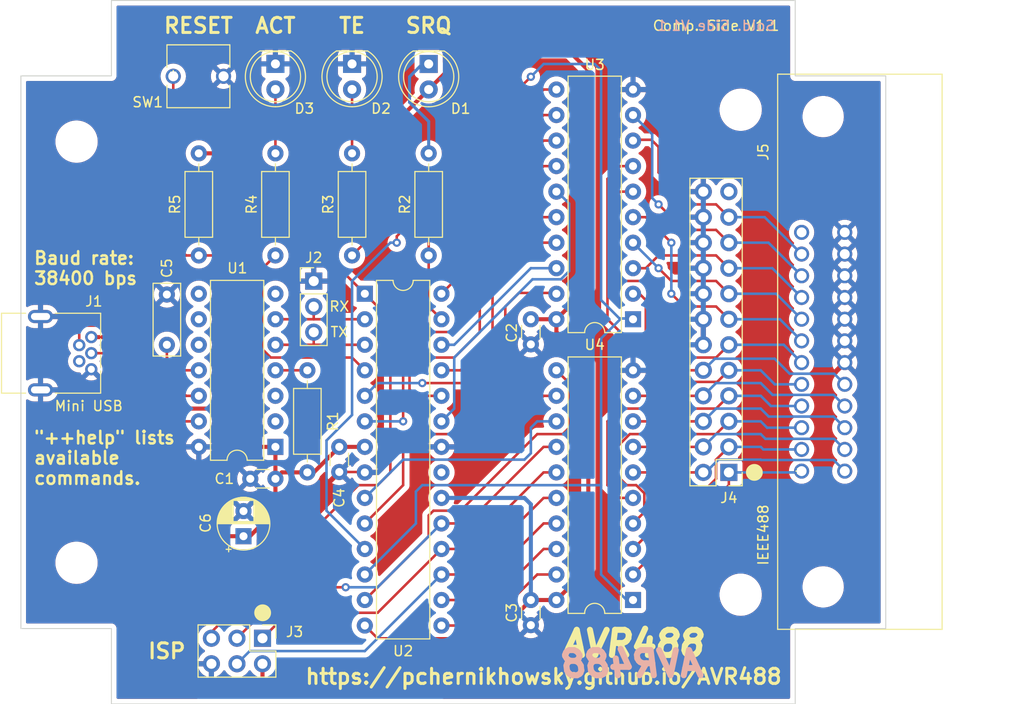
<source format=kicad_pcb>
(kicad_pcb (version 20211014) (generator pcbnew)
  (title_block (title "AVR488 IEEE-488 to USB Interface") (date "2022-02-22") (rev "1"))
  (layers (0 "F.Cu" signal) (31 "B.Cu" signal) (36 "B.SilkS" user "B.Silkscreen") (37 "F.SilkS" user "F.Silkscreen") (38 "B.Mask" user) (39 "F.Mask" user) (44 "Edge.Cuts" user))
  (net 0 "")
  (net 1 "+5V")
  (net 2 "GND")
  (net 3 "Net-(C5-Pad1)")
  (net 4 "Net-(D1-Pad1)")
  (net 5 "/PB4")
  (net 6 "/PB5")
  (net 7 "/PB3")
  (net 8 "Net-(D2-Pad2)")
  (net 9 "/DIO1")
  (net 10 "/DIO2")
  (net 11 "/DIO3")
  (net 12 "/DIO4")
  (net 13 "Net-(D3-Pad2)")
  (net 14 "/PC6")
  (net 15 "EOI")
  (net 16 "DAV")
  (net 17 "NRFD")
  (net 18 "NDAC")
  (net 19 "IFC")
  (net 20 "/DIO5")
  (net 21 "/DIO6")
  (net 22 "/DIO7")
  (net 23 "/DIO8")
  (net 24 "SRQ")
  (net 25 "Net-(R1-Pad2)")
  (net 28 "ATN")
  (net 29 "REN")
  (net 34 "/PD3")
  (net 35 "/PD4")
  (net 36 "/PB6")
  (net 37 "/PB7")
  (net 38 "PC4")
  (net 39 "PD6")
  (net 40 "PD2")
  (net 41 "/PB0")
  (net 42 "/PB1")
  (net 43 "/PB2")
  (net 45 "/PC0")
  (net 46 "/PC1")
  (net 47 "/PC2")
  (net 48 "/PC3")
  (net 49 "/PC5")
  (net 50 "TXD")
  (net 51 "RXD")
  (net 52 "/PD5")
  (net 53 "/PD7")
  (net 56 "Net-(J1-Pad2)")
  (net 57 "Net-(J1-Pad3)")
  (footprint "Package_DIP:DIP-14_W7.62mm" (layer "F.Cu") (at 130.81 121.92 180)
    (fp_text reference "U1")
    (fp_text value "MCP2221AxP")
  )
  (footprint "MountingHole:MountingHole_3.2mm_M3" (layer "F.Cu") (at 177.075 88.37)
    (fp_text reference "REF1" hide)
    (fp_text value "MountingHole_3.2mm_M3")
  )
  (footprint "Resistor_THT:R_Axial_DIN0207_L6.3mm_D2.5mm_P10.16mm_Horizontal" (layer "F.Cu") (at 138.43 102.87 90)
    (fp_text reference "R3")
    (fp_text value "330")
  )
  (footprint "LED_THT:LED_D5.0mm" (layer "F.Cu") (at 146.05 83.815 -90)
    (fp_text reference "D1")
    (fp_text value "LED(R)")
  )
  (footprint "Package_DIP:DIP-20_W7.62mm" (layer "F.Cu") (at 166.37 137.16 180)
    (fp_text reference "U4")
    (fp_text value "SN75160BN")
  )
  (footprint "Resistor_THT:R_Axial_DIN0207_L6.3mm_D2.5mm_P10.16mm_Horizontal" (layer "F.Cu") (at 146.05 102.87 90)
    (fp_text reference "R2")
    (fp_text value "330")
  )
  (footprint "MountingHole:MountingHole_3.2mm_M3" (layer "F.Cu") (at 111.035 91.545)
    (fp_text reference "REF4" hide)
    (fp_text value "MountingHole_3.2mm_M3")
  )
  (footprint "LED_THT:LED_D5.0mm" (layer "F.Cu") (at 138.43 83.81 -90)
    (fp_text reference "D2")
    (fp_text value "LED(Y)")
  )
  (footprint "Package_DIP:DIP-20_W7.62mm" (layer "F.Cu") (at 166.37 109.22 180)
    (fp_text reference "U3")
    (fp_text value "SN75161BN")
  )
  (footprint "LED_THT:LED_D5.0mm" (layer "F.Cu") (at 130.81 83.81 -90)
    (fp_text reference "D3")
    (fp_text value "LED(G)")
  )
  (footprint "Resistor_THT:R_Axial_DIN0207_L6.3mm_D2.5mm_P10.16mm_Horizontal" (layer "F.Cu") (at 130.81 102.87 90)
    (fp_text reference "R4")
    (fp_text value "330")
  )
  (footprint "Connector_PinHeader_2.54mm:PinHeader_2x12_P2.54mm_Vertical" (layer "F.Cu") (at 175.9 124.46 180)
    (fp_text reference "J4")
    (fp_text value "HEADER")
  )
  (footprint "Connector_PinHeader_2.54mm:PinHeader_2x03_P2.54mm_Vertical" (layer "F.Cu") (at 129.525 140.965 -90)
    (fp_text reference "J3")
    (fp_text value "ISP")
  )
  (footprint "Package_DIP:DIP-28_W7.62mm" (layer "F.Cu") (at 139.7 106.68)
    (fp_text reference "U2")
    (fp_text value "ATmega168-20P")
  )
  (footprint "Capacitor_THT:C_Disc_D3.0mm_W1.6mm_P2.50mm" (layer "F.Cu") (at 137.16 121.92 -90)
    (fp_text reference "C4")
    (fp_text value "0.1uF")
  )
  (footprint "Resistor_THT:R_Axial_DIN0207_L6.3mm_D2.5mm_P10.16mm_Horizontal" (layer "F.Cu") (at 123.19 102.87 90)
    (fp_text reference "R5")
    (fp_text value "10k")
  )
  (footprint "Connector_PinHeader_2.54mm:PinHeader_1x03_P2.54mm_Vertical" (layer "F.Cu") (at 134.62 105.425)
    (fp_text reference "J2")
    (fp_text value "SERIAL")
  )
  (footprint "MountingHole:MountingHole_3.2mm_M3" (layer "F.Cu") (at 111.035 133.455)
    (fp_text reference "REF3" hide)
    (fp_text value "MountingHole_3.2mm_M3")
  )
  (footprint "Resistor_THT:R_Axial_DIN0207_L6.3mm_D2.5mm_P10.16mm_Horizontal" (layer "F.Cu") (at 133.985 124.46 90)
    (fp_text reference "R1")
    (fp_text value "10k")
  )
  (footprint "Capacitor_THT:C_Rect_L7.0mm_W2.5mm_P5.00mm" (layer "F.Cu") (at 120.015 111.76 90)
    (fp_text reference "C5")
    (fp_text value "0.47 uF")
  )
  (footprint "Capacitor_THT:CP_Radial_D5.0mm_P2.50mm" (layer "F.Cu") (at 127.635 130.81 90)
    (fp_text reference "C6")
    (fp_text value "1uF")
  )
  (footprint "Custom:112-024-113R001" (layer "F.Cu") (at 183.134 124.333 90)
    (fp_text reference "J5")
    (fp_text value "IEEE488")
  )
  (footprint "Custom:B3F-6002" (layer "F.Cu") (at 120.65 85.04)
    (fp_text reference "SW1")
    (fp_text value "RESET")
  )
  (footprint "Custom:2172034-1" (layer "F.Cu") (at 112.5 110.998 -90)
    (fp_text reference "J1")
    (fp_text value "Mini USB")
  )
  (footprint "MountingHole:MountingHole_3.2mm_M3" (layer "F.Cu") (at 177.075 136.63)
    (fp_text reference "REF2" hide)
    (fp_text value "MountingHole_3.2mm_M3")
  )
  (footprint "Capacitor_THT:C_Disc_D3.0mm_W1.6mm_P2.50mm" (layer "F.Cu") (at 156.21 109.22 -90)
    (fp_text reference "C2")
    (fp_text value "0.1uF")
  )
  (footprint "Capacitor_THT:C_Disc_D3.0mm_W1.6mm_P2.50mm" (layer "F.Cu") (at 156.21 137.16 -90)
    (fp_text reference "C3")
    (fp_text value "0.1uF")
  )
  (footprint "Capacitor_THT:C_Disc_D3.0mm_W1.6mm_P2.50mm" (layer "F.Cu") (at 130.81 125.095 180)
    (fp_text reference "C1")
    (fp_text value "0.1uF")
  )
  (gr_circle (center 178.435 124.46) (end 179.197 124.46) (layer "F.SilkS") (width 0.15) (fill solid))
  (gr_circle (center 129.54 138.43) (end 130.302 138.43) (layer "F.SilkS") (width 0.15) (fill solid))
  (gr_poly (pts (xy 182.5 85) (xy 191.5 85) (xy 191.5 140) (xy 182.5 140) (xy 182.5 147.5) (xy 114.5 147.5) (xy 114.5 140) (xy 105.5 140) (xy 105.5 85) (xy 114.5 85) (xy 114.5 77.5) (xy 182.5 77.5)) (layer "Edge.Cuts") (width 0.1) (fill none))
  (gr_text "Sold. Side V1.1" (at 174.625 80.01) (layer "B.SilkS") (effects (font (size 1 1)) (justify mirror)))
  (gr_text "AVR488" (at 166.338622 143.517524) (layer "B.SilkS") (effects (font (size 2.5 2.5) (thickness 0.6) italic) (justify mirror)))
  (gr_text "ACT" (at 130.81 80) (layer "F.SilkS") (effects (font (size 1.5 1.5) (thickness 0.3))))
  (gr_text "AVR488" (at 166.37 141.5) (layer "F.SilkS") (effects (font (size 2.5 2.5) (thickness 0.6) italic)))
  (gr_text "RX" (at 137.16 107.95) (layer "F.SilkS") (effects (font (size 1 1))))
  (gr_text "https://pchernikhowsky.github.io/AVR488" (at 157.48 144.78) (layer "F.SilkS") (effects (font (size 1.5 1.5) (thickness 0.3))))
  (gr_text "Comp. Side V1.1" (at 174.625 80.01) (layer "F.SilkS") (effects (font (size 1 1))))
  (gr_text "TE" (at 138.43 80) (layer "F.SilkS") (effects (font (size 1.5 1.5) (thickness 0.3))))
  (gr_text "TX" (at 137.16 110.49) (layer "F.SilkS") (effects (font (size 1 1))))
  (gr_text "ISP" (at 120.015 142.24) (layer "F.SilkS") (effects (font (size 1.5 1.5) (thickness 0.3))))
  (gr_text "SRQ" (at 146.05 80) (layer "F.SilkS") (effects (font (size 1.5 1.5) (thickness 0.3))))
  (gr_text "{dblquote}++help{dblquote} lists\navailable\ncommands." (at 106.68 123.019929) (layer "F.SilkS") (effects (font (size 1.25 1.25) (thickness 0.25)) (justify left)))
  (gr_text "Baud rate: \n38400 bps" (at 106.68 104.14) (layer "F.SilkS") (effects (font (size 1.25 1.25) (thickness 0.25)) (justify left)))
  (segment (start 158.75 110.49) (end 161.925 113.665) (width 0.4064) (layer "F.Cu") (net 1))
  (segment (start 142.24 93.98) (end 142.24 90.165) (width 0.4064) (layer "F.Cu") (net 1))
  (segment (start 114.173 110.998) (end 112.5 110.998) (width 0.4064) (layer "F.Cu") (net 1))
  (segment (start 121.285 118.11) (end 114.173 110.998) (width 0.4064) (layer "F.Cu") (net 1))
  (segment (start 131.445 124.46) (end 130.81 125.095) (width 0.4064) (layer "F.Cu") (net 1))
  (segment (start 158.75 109.22) (end 158.75 110.49) (width 0.4064) (layer "F.Cu") (net 1))
  (segment (start 127.635 130.81) (end 128.27 130.81) (width 0.4064) (layer "F.Cu") (net 1))
  (segment (start 130.81 121.92) (end 130.81 125.095) (width 0.4064) (layer "F.Cu") (net 1))
  (segment (start 142.24 90.165) (end 146.05 86.355) (width 0.4064) (layer "F.Cu") (net 1))
  (segment (start 161.925 133.985) (end 158.75 137.16) (width 0.4064) (layer "F.Cu") (net 1))
  (segment (start 147.32 146.05) (end 156.21 137.16) (width 0.4064) (layer "F.Cu") (net 1))
  (segment (start 130.81 128.27) (end 130.81 125.095) (width 0.4064) (layer "F.Cu") (net 1))
  (segment (start 161.925 84.455) (end 161.925 106.045) (width 0.4064) (layer "F.Cu") (net 1))
  (segment (start 137.16 121.92) (end 134.62 124.46) (width 0.4064) (layer "F.Cu") (net 1))
  (segment (start 129.54 146.05) (end 147.32 146.05) (width 0.4064) (layer "F.Cu") (net 1))
  (segment (start 121.92 144.78) (end 123.19 146.05) (width 0.4064) (layer "F.Cu") (net 1))
  (segment (start 160.02 82.55) (end 161.925 84.455) (width 0.4064) (layer "F.Cu") (net 1))
  (segment (start 123.19 146.05) (end 129.54 146.05) (width 0.4064) (layer "F.Cu") (net 1))
  (segment (start 127.635 130.81) (end 123.19 130.81) (width 0.4064) (layer "F.Cu") (net 1))
  (segment (start 125.095 118.11) (end 121.285 118.11) (width 0.4064) (layer "F.Cu") (net 1))
  (segment (start 134.62 124.46) (end 133.985 124.46) (width 0.4064) (layer "F.Cu") (net 1))
  (segment (start 161.925 106.045) (end 158.75 109.22) (width 0.4064) (layer "F.Cu") (net 1))
  (segment (start 125.73 92.71) (end 128.27 95.25) (width 0.4064) (layer "F.Cu") (net 1))
  (segment (start 140.97 95.25) (end 142.24 93.98) (width 0.4064) (layer "F.Cu") (net 1))
  (segment (start 123.19 92.71) (end 125.73 92.71) (width 0.4064) (layer "F.Cu") (net 1))
  (segment (start 149.855 82.55) (end 160.02 82.55) (width 0.4064) (layer "F.Cu") (net 1))
  (segment (start 137.16 121.92) (end 139.7 121.92) (width 0.4064) (layer "F.Cu") (net 1))
  (segment (start 130.81 121.92) (end 128.905 121.92) (width 0.4064) (layer "F.Cu") (net 1))
  (segment (start 128.905 121.92) (end 125.095 118.11) (width 0.4064) (layer "F.Cu") (net 1))
  (segment (start 129.525 143.505) (end 129.525 146.035) (width 0.4064) (layer "F.Cu") (net 1))
  (segment (start 133.985 124.46) (end 131.445 124.46) (width 0.4064) (layer "F.Cu") (net 1))
  (segment (start 161.925 113.665) (end 161.925 133.985) (width 0.4064) (layer "F.Cu") (net 1))
  (segment (start 121.92 132.08) (end 121.92 144.78) (width 0.4064) (layer "F.Cu") (net 1))
  (segment (start 146.05 86.355) (end 149.855 82.55) (width 0.4064) (layer "F.Cu") (net 1))
  (segment (start 123.19 130.81) (end 121.92 132.08) (width 0.4064) (layer "F.Cu") (net 1))
  (segment (start 156.21 109.22) (end 158.75 109.22) (width 0.4064) (layer "F.Cu") (net 1))
  (segment (start 128.27 130.81) (end 130.81 128.27) (width 0.4064) (layer "F.Cu") (net 1))
  (segment (start 128.27 95.25) (end 140.97 95.25) (width 0.4064) (layer "F.Cu") (net 1))
  (segment (start 156.21 137.16) (end 158.75 137.16) (width 0.4064) (layer "F.Cu") (net 1))
  (segment (start 129.525 146.035) (end 129.54 146.05) (width 0.4064) (layer "F.Cu") (net 1))
  (segment (start 156.21 127.635) (end 156.21 137.16) (width 0.4064) (layer "B.Cu") (net 1))
  (segment (start 147.32 127) (end 155.575 127) (width 0.4064) (layer "B.Cu") (net 1))
  (segment (start 155.575 127) (end 156.21 127.635) (width 0.4064) (layer "B.Cu") (net 1))
  (segment (start 137.16 124.42) (end 139.66 124.42) (width 0.254) (layer "F.Cu") (net 2))
  (segment (start 139.66 124.42) (end 139.7 124.46) (width 0.254) (layer "F.Cu") (net 2))
  (segment (start 121.285 114.3) (end 123.19 114.3) (width 0.254) (layer "F.Cu") (net 3))
  (segment (start 120.015 113.03) (end 121.285 114.3) (width 0.254) (layer "F.Cu") (net 3))
  (segment (start 120.015 111.76) (end 120.015 113.03) (width 0.254) (layer "F.Cu") (net 3))
  (segment (start 146.05 89.535) (end 144.145 87.63) (width 0.3048) (layer "B.Cu") (net 4))
  (segment (start 146.05 92.71) (end 146.05 89.535) (width 0.3048) (layer "B.Cu") (net 4))
  (segment (start 144.145 85.09) (end 145.42 83.815) (width 0.3048) (layer "B.Cu") (net 4))
  (segment (start 145.42 83.815) (end 146.05 83.815) (width 0.3048) (layer "B.Cu") (net 4))
  (segment (start 144.145 87.63) (end 144.145 85.09) (width 0.3048) (layer "B.Cu") (net 4))
  (segment (start 157.48 124.46) (end 158.75 124.46) (width 0.254) (layer "F.Cu") (net 5))
  (segment (start 140.97 138.43) (end 132.06 138.43) (width 0.254) (layer "F.Cu") (net 5))
  (segment (start 147.32 132.08) (end 140.97 138.43) (width 0.254) (layer "F.Cu") (net 5))
  (segment (start 149.86 132.08) (end 157.48 124.46) (width 0.254) (layer "F.Cu") (net 5))
  (segment (start 149.86 132.08) (end 147.32 132.08) (width 0.254) (layer "F.Cu") (net 5))
  (segment (start 132.06 138.43) (end 129.525 140.965) (width 0.254) (layer "F.Cu") (net 5))
  (segment (start 157.48 121.92) (end 158.75 121.92) (width 0.254) (layer "F.Cu") (net 6))
  (segment (start 126.985 140.965) (end 132.06 135.89) (width 0.254) (layer "F.Cu") (net 6))
  (segment (start 149.86 129.54) (end 157.48 121.92) (width 0.254) (layer "F.Cu") (net 6))
  (segment (start 149.86 129.54) (end 147.32 129.54) (width 0.254) (layer "F.Cu") (net 6))
  (segment (start 132.06 135.89) (end 137.795 135.89) (width 0.254) (layer "F.Cu") (net 6))
  (via (at 137.795 135.89) (size 0.8128) (drill 0.4064) (layers "F.Cu" "B.Cu") (net 6))
  (segment (start 140.97 135.89) (end 147.32 129.54) (width 0.254) (layer "B.Cu") (net 6))
  (segment (start 137.795 135.89) (end 140.97 135.89) (width 0.254) (layer "B.Cu") (net 6))
  (segment (start 149.86 134.62) (end 147.32 134.62) (width 0.254) (layer "F.Cu") (net 7))
  (segment (start 157.48 127) (end 158.75 127) (width 0.254) (layer "F.Cu") (net 7))
  (segment (start 149.86 134.62) (end 157.48 127) (width 0.254) (layer "F.Cu") (net 7))
  (segment (start 139.7 142.24) (end 128.25 142.24) (width 0.254) (layer "B.Cu") (net 7))
  (segment (start 147.32 134.62) (end 139.7 142.24) (width 0.254) (layer "B.Cu") (net 7))
  (segment (start 128.25 142.24) (end 126.985 143.505) (width 0.254) (layer "B.Cu") (net 7))
  (segment (start 138.43 86.35) (end 138.43 92.71) (width 0.254) (layer "F.Cu") (net 8))
  (segment (start 170.18 128.27) (end 170.815 127.635) (width 0.254) (layer "F.Cu") (net 9))
  (segment (start 170.18 130.81) (end 170.18 128.27) (width 0.254) (layer "F.Cu") (net 9))
  (segment (start 173.99 127.635) (end 175.9 125.725) (width 0.254) (layer "F.Cu") (net 9))
  (segment (start 170.815 127.635) (end 173.99 127.635) (width 0.254) (layer "F.Cu") (net 9))
  (segment (start 175.9 125.725) (end 175.9 124.46) (width 0.254) (layer "F.Cu") (net 9))
  (segment (start 166.37 134.62) (end 170.18 130.81) (width 0.254) (layer "F.Cu") (net 9))
  (segment (start 175.9 124.46) (end 183.007 124.46) (width 0.254) (layer "B.Cu") (net 9))
  (segment (start 183.007 124.46) (end 183.134 124.333) (width 0.254) (layer "B.Cu") (net 9))
  (segment (start 168.91 129.54) (end 166.37 132.08) (width 0.254) (layer "F.Cu") (net 10))
  (segment (start 174.625 125.095) (end 173.355 126.365) (width 0.254) (layer "F.Cu") (net 10))
  (segment (start 168.91 127) (end 168.91 129.54) (width 0.254) (layer "F.Cu") (net 10))
  (segment (start 174.625 123.195) (end 174.625 125.095) (width 0.254) (layer "F.Cu") (net 10))
  (segment (start 169.545 126.365) (end 168.91 127) (width 0.254) (layer "F.Cu") (net 10))
  (segment (start 175.9 121.92) (end 174.625 123.195) (width 0.254) (layer "F.Cu") (net 10))
  (segment (start 173.355 126.365) (end 169.545 126.365) (width 0.254) (layer "F.Cu") (net 10))
  (segment (start 175.9 121.92) (end 179.07 121.92) (width 0.254) (layer "B.Cu") (net 10))
  (segment (start 179.323002 122.173002) (end 183.134 122.173002) (width 0.254) (layer "B.Cu") (net 10))
  (segment (start 179.07 121.92) (end 179.323002 122.173002) (width 0.254) (layer "B.Cu") (net 10))
  (segment (start 164.465 122.2347) (end 166.0497 120.65) (width 0.254) (layer "F.Cu") (net 11))
  (segment (start 166.6903 125.73) (end 165.735718 125.73) (width 0.254) (layer "F.Cu") (net 11))
  (segment (start 166.37 129.54) (end 167.494511 128.415489) (width 0.254) (layer "F.Cu") (net 11))
  (segment (start 174.63 120.65) (end 175.9 119.38) (width 0.254) (layer "F.Cu") (net 11))
  (segment (start 164.465 124.459282) (end 164.465 122.2347) (width 0.254) (layer "F.Cu") (net 11))
  (segment (start 167.494511 126.534211) (end 166.6903 125.73) (width 0.254) (layer "F.Cu") (net 11))
  (segment (start 167.494511 128.415489) (end 167.494511 126.534211) (width 0.254) (layer "F.Cu") (net 11))
  (segment (start 165.735718 125.73) (end 164.465 124.459282) (width 0.254) (layer "F.Cu") (net 11))
  (segment (start 166.0497 120.65) (end 174.63 120.65) (width 0.254) (layer "F.Cu") (net 11))
  (segment (start 179.07 119.38) (end 179.705 120.015) (width 0.254) (layer "B.Cu") (net 11))
  (segment (start 175.9 119.38) (end 179.07 119.38) (width 0.254) (layer "B.Cu") (net 11))
  (segment (start 179.705 120.015) (end 179.706999 120.013001) (width 0.254) (layer "B.Cu") (net 11))
  (segment (start 179.706999 120.013001) (end 183.134 120.013001) (width 0.254) (layer "B.Cu") (net 11))
  (segment (start 166.37 127) (end 165.1 127) (width 0.254) (layer "F.Cu") (net 12))
  (segment (start 174.63 118.11) (end 175.9 116.84) (width 0.254) (layer "F.Cu") (net 12))
  (segment (start 165.1 118.11) (end 174.63 118.11) (width 0.254) (layer "F.Cu") (net 12))
  (segment (start 165.1 127) (end 163.83 125.73) (width 0.254) (layer "F.Cu") (net 12))
  (segment (start 163.83 119.38) (end 165.1 118.11) (width 0.254) (layer "F.Cu") (net 12))
  (segment (start 163.83 125.73) (end 163.83 119.38) (width 0.254) (layer "F.Cu") (net 12))
  (segment (start 179.07 116.84) (end 180.083 117.853) (width 0.254) (layer "B.Cu") (net 12))
  (segment (start 180.083 117.853) (end 183.134 117.853) (width 0.254) (layer "B.Cu") (net 12))
  (segment (start 175.9 116.84) (end 179.07 116.84) (width 0.254) (layer "B.Cu") (net 12))
  (segment (start 130.81 92.71) (end 130.81 86.35) (width 0.254) (layer "F.Cu") (net 13))
  (segment (start 125.73 102.87) (end 121.92 102.87) (width 0.254) (layer "F.Cu") (net 14))
  (segment (start 142.24 124.46) (end 142.24 109.22) (width 0.254) (layer "F.Cu") (net 14))
  (segment (start 139.065 125.73) (end 140.97 125.73) (width 0.254) (layer "F.Cu") (net 14))
  (segment (start 139.065 125.73) (end 124.445 140.35) (width 0.254) (layer "F.Cu") (net 14))
  (segment (start 142.24 109.22) (end 139.7 106.68) (width 0.254) (layer "F.Cu") (net 14))
  (segment (start 139.7 106.68) (end 133.35 100.33) (width 0.254) (layer "F.Cu") (net 14))
  (segment (start 120.65 101.6) (end 120.65 85.04) (width 0.254) (layer "F.Cu") (net 14))
  (segment (start 140.97 125.73) (end 142.24 124.46) (width 0.254) (layer "F.Cu") (net 14))
  (segment (start 124.445 140.35) (end 124.445 140.965) (width 0.254) (layer "F.Cu") (net 14))
  (segment (start 121.92 102.87) (end 120.65 101.6) (width 0.254) (layer "F.Cu") (net 14))
  (segment (start 128.27 100.33) (end 125.73 102.87) (width 0.254) (layer "F.Cu") (net 14))
  (segment (start 133.35 100.33) (end 128.27 100.33) (width 0.254) (layer "F.Cu") (net 14))
  (segment (start 165.1 93.98) (end 166.37 93.98) (width 0.254) (layer "F.Cu") (net 15))
  (segment (start 170.064311 115.454311) (end 163.83 109.22) (width 0.254) (layer "F.Cu") (net 15))
  (segment (start 175.9 114.3) (end 174.745689 115.454311) (width 0.254) (layer "F.Cu") (net 15))
  (segment (start 174.745689 115.454311) (end 170.064311 115.454311) (width 0.254) (layer "F.Cu") (net 15))
  (segment (start 163.83 95.25) (end 165.1 93.98) (width 0.254) (layer "F.Cu") (net 15))
  (segment (start 163.83 109.22) (end 163.83 95.25) (width 0.254) (layer "F.Cu") (net 15))
  (segment (start 179.07 114.3) (end 180.463002 115.693002) (width 0.254) (layer "B.Cu") (net 15))
  (segment (start 175.9 114.3) (end 179.07 114.3) (width 0.254) (layer "B.Cu") (net 15))
  (segment (start 180.463002 115.693002) (end 183.134 115.693002) (width 0.254) (layer "B.Cu") (net 15))
  (segment (start 164.465 97.155) (end 164.465 104.775) (width 0.254) (layer "F.Cu") (net 16))
  (segment (start 168.91 110.49) (end 171.45 113.03) (width 0.254) (layer "F.Cu") (net 16))
  (segment (start 171.45 113.03) (end 174.63 113.03) (width 0.254) (layer "F.Cu") (net 16))
  (segment (start 164.465 104.775) (end 165.1 105.41) (width 0.254) (layer "F.Cu") (net 16))
  (segment (start 168.91 106.68) (end 168.91 110.49) (width 0.254) (layer "F.Cu") (net 16))
  (segment (start 165.1 105.41) (end 167.64 105.41) (width 0.254) (layer "F.Cu") (net 16))
  (segment (start 165.1 96.52) (end 164.465 97.155) (width 0.254) (layer "F.Cu") (net 16))
  (segment (start 166.37 96.52) (end 165.1 96.52) (width 0.254) (layer "F.Cu") (net 16))
  (segment (start 167.64 105.41) (end 168.91 106.68) (width 0.254) (layer "F.Cu") (net 16))
  (segment (start 174.63 113.03) (end 175.9 111.76) (width 0.254) (layer "F.Cu") (net 16))
  (segment (start 175.9 111.76) (end 181.360999 111.76) (width 0.254) (layer "B.Cu") (net 16))
  (segment (start 181.360999 111.76) (end 183.134 113.533001) (width 0.254) (layer "B.Cu") (net 16))
  (segment (start 170.18 106.68) (end 171.45 107.95) (width 0.254) (layer "F.Cu") (net 17))
  (segment (start 174.63 107.95) (end 175.9 109.22) (width 0.254) (layer "F.Cu") (net 17))
  (segment (start 167.64 99.06) (end 166.37 99.06) (width 0.254) (layer "F.Cu") (net 17))
  (segment (start 170.18 101.6) (end 167.64 99.06) (width 0.254) (layer "F.Cu") (net 17))
  (segment (start 171.45 107.95) (end 174.63 107.95) (width 0.254) (layer "F.Cu") (net 17))
  (via (at 170.18 101.6) (size 0.8128) (drill 0.4064) (layers "F.Cu" "B.Cu") (net 17))
  (via (at 170.18 106.68) (size 0.8128) (drill 0.4064) (layers "F.Cu" "B.Cu") (net 17))
  (segment (start 180.980999 109.22) (end 183.134 111.373001) (width 0.254) (layer "B.Cu") (net 17))
  (segment (start 175.9 109.22) (end 180.980999 109.22) (width 0.254) (layer "B.Cu") (net 17))
  (segment (start 170.18 101.6) (end 170.18 106.68) (width 0.254) (layer "B.Cu") (net 17))
  (segment (start 174.63 105.41) (end 175.9 106.68) (width 0.254) (layer "F.Cu") (net 18))
  (segment (start 168.91 104.14) (end 170.18 105.41) (width 0.254) (layer "F.Cu") (net 18))
  (segment (start 170.18 105.41) (end 174.63 105.41) (width 0.254) (layer "F.Cu") (net 18))
  (via (at 168.91 104.14) (size 0.8128) (drill 0.4064) (layers "F.Cu" "B.Cu") (net 18))
  (segment (start 166.37 101.6) (end 168.91 104.14) (width 0.254) (layer "B.Cu") (net 18))
  (segment (start 175.9 106.68) (end 180.601 106.68) (width 0.254) (layer "B.Cu") (net 18))
  (segment (start 180.601 106.68) (end 183.134 109.213) (width 0.254) (layer "B.Cu") (net 18))
  (segment (start 167.64 104.14) (end 168.91 102.87) (width 0.254) (layer "F.Cu") (net 19))
  (segment (start 174.63 102.87) (end 175.9 104.14) (width 0.254) (layer "F.Cu") (net 19))
  (segment (start 166.37 104.14) (end 167.64 104.14) (width 0.254) (layer "F.Cu") (net 19))
  (segment (start 168.91 102.87) (end 174.63 102.87) (width 0.254) (layer "F.Cu") (net 19))
  (segment (start 175.9 104.14) (end 180.220998 104.14) (width 0.254) (layer "B.Cu") (net 19))
  (segment (start 180.220998 104.14) (end 183.134 107.053002) (width 0.254) (layer "B.Cu") (net 19))
  (segment (start 166.37 124.46) (end 173.36 124.46) (width 0.254) (layer "F.Cu") (net 20))
  (segment (start 174.861378 123.19) (end 179.07 123.19) (width 0.254) (layer "B.Cu") (net 20))
  (segment (start 173.591378 124.46) (end 174.861378 123.19) (width 0.254) (layer "B.Cu") (net 20))
  (segment (start 173.36 124.46) (end 173.591378 124.46) (width 0.254) (layer "B.Cu") (net 20))
  (segment (start 179.07 123.19) (end 179.106613 123.226613) (width 0.254) (layer "B.Cu") (net 20))
  (segment (start 186.317612 123.226613) (end 187.423999 124.333) (width 0.254) (layer "B.Cu") (net 20))
  (segment (start 179.106613 123.226613) (end 186.317612 123.226613) (width 0.254) (layer "B.Cu") (net 20))
  (segment (start 166.37 121.92) (end 173.36 121.92) (width 0.254) (layer "F.Cu") (net 21))
  (segment (start 186.370388 121.119391) (end 187.423999 122.173002) (width 0.254) (layer "B.Cu") (net 21))
  (segment (start 173.36 121.92) (end 174.63 120.65) (width 0.254) (layer "B.Cu") (net 21))
  (segment (start 179.07 120.65) (end 179.539391 121.119391) (width 0.254) (layer "B.Cu") (net 21))
  (segment (start 179.539391 121.119391) (end 186.370388 121.119391) (width 0.254) (layer "B.Cu") (net 21))
  (segment (start 174.63 120.65) (end 179.07 120.65) (width 0.254) (layer "B.Cu") (net 21))
  (segment (start 166.37 119.38) (end 173.36 119.38) (width 0.254) (layer "F.Cu") (net 22))
  (segment (start 179.07 118.11) (end 179.866611 118.906611) (width 0.254) (layer "B.Cu") (net 22))
  (segment (start 173.36 119.38) (end 174.63 118.11) (width 0.254) (layer "B.Cu") (net 22))
  (segment (start 174.63 118.11) (end 179.07 118.11) (width 0.254) (layer "B.Cu") (net 22))
  (segment (start 186.317609 118.906611) (end 187.423999 120.013001) (width 0.254) (layer "B.Cu") (net 22))
  (segment (start 179.866611 118.906611) (end 186.317609 118.906611) (width 0.254) (layer "B.Cu") (net 22))
  (segment (start 166.37 116.84) (end 173.36 116.84) (width 0.254) (layer "F.Cu") (net 23))
  (segment (start 180.246613 116.746613) (end 186.317612 116.746613) (width 0.254) (layer "B.Cu") (net 23))
  (segment (start 179.07 115.57) (end 180.246613 116.746613) (width 0.254) (layer "B.Cu") (net 23))
  (segment (start 174.63 115.57) (end 179.07 115.57) (width 0.254) (layer "B.Cu") (net 23))
  (segment (start 186.317612 116.746613) (end 187.423999 117.853) (width 0.254) (layer "B.Cu") (net 23))
  (segment (start 173.36 116.84) (end 174.63 115.57) (width 0.254) (layer "B.Cu") (net 23))
  (segment (start 171.45 100.33) (end 174.63 100.33) (width 0.254) (layer "F.Cu") (net 24))
  (segment (start 174.63 100.33) (end 175.9 101.6) (width 0.254) (layer "F.Cu") (net 24))
  (segment (start 168.91 97.79) (end 171.45 100.33) (width 0.254) (layer "F.Cu") (net 24))
  (via (at 168.91 97.79) (size 0.8128) (drill 0.4064) (layers "F.Cu" "B.Cu") (net 24))
  (segment (start 175.9 101.6) (end 179.840999 101.6) (width 0.254) (layer "B.Cu") (net 24))
  (segment (start 168.275 90.805) (end 166.37 88.9) (width 0.254) (layer "B.Cu") (net 24))
  (segment (start 168.275 97.155) (end 168.275 90.805) (width 0.254) (layer "B.Cu") (net 24))
  (segment (start 179.840999 101.6) (end 183.134 104.893001) (width 0.254) (layer "B.Cu") (net 24))
  (segment (start 168.275 97.155) (end 168.91 97.79) (width 0.254) (layer "B.Cu") (net 24))
  (segment (start 130.79 114.3) (end 134.62 114.3) (width 0.254) (layer "F.Cu") (net 25))
  (segment (start 168.91 94.615) (end 172.085 97.79) (width 0.254) (layer "F.Cu") (net 28))
  (segment (start 168.91 92.075) (end 168.91 94.615) (width 0.254) (layer "F.Cu") (net 28))
  (segment (start 174.63 97.79) (end 175.9 99.06) (width 0.254) (layer "F.Cu") (net 28))
  (segment (start 166.37 91.359925) (end 168.194925 91.359925) (width 0.254) (layer "F.Cu") (net 28))
  (segment (start 168.194925 91.359925) (end 168.91 92.075) (width 0.254) (layer "F.Cu") (net 28))
  (segment (start 172.085 97.79) (end 174.63 97.79) (width 0.254) (layer "F.Cu") (net 28))
  (segment (start 175.9 99.06) (end 179.461 99.06) (width 0.254) (layer "B.Cu") (net 28))
  (segment (start 179.461 99.06) (end 183.134 102.733) (width 0.254) (layer "B.Cu") (net 28))
  (segment (start 166.37 106.68) (end 167.005 106.68) (width 0.254) (layer "F.Cu") (net 29))
  (segment (start 167.005 106.68) (end 167.64 107.315) (width 0.254) (layer "F.Cu") (net 29))
  (segment (start 167.64 107.315) (end 167.64 111.125) (width 0.254) (layer "F.Cu") (net 29))
  (segment (start 167.64 111.125) (end 170.815 114.3) (width 0.254) (layer "F.Cu") (net 29))
  (segment (start 170.815 114.3) (end 173.36 114.3) (width 0.254) (layer "F.Cu") (net 29))
  (segment (start 173.36 114.3) (end 174.514311 113.145689) (width 0.254) (layer "B.Cu") (net 29))
  (segment (start 186.370388 114.639391) (end 187.423999 115.693002) (width 0.254) (layer "B.Cu") (net 29))
  (segment (start 180.455689 113.145689) (end 181.949391 114.639391) (width 0.254) (layer "B.Cu") (net 29))
  (segment (start 181.949391 114.639391) (end 186.370388 114.639391) (width 0.254) (layer "B.Cu") (net 29))
  (segment (start 174.514311 113.145689) (end 180.455689 113.145689) (width 0.254) (layer "B.Cu") (net 29))
  (segment (start 155.020075 106.599925) (end 153.67 107.95) (width 0.254) (layer "F.Cu") (net 34))
  (segment (start 158.75 106.599925) (end 155.020075 106.599925) (width 0.254) (layer "F.Cu") (net 34))
  (segment (start 149.86 115.57) (end 153.67 111.76) (width 0.254) (layer "F.Cu") (net 34))
  (segment (start 153.67 107.95) (end 153.67 111.76) (width 0.254) (layer "F.Cu") (net 34))
  (segment (start 145.415 115.57) (end 149.86 115.57) (width 0.254) (layer "F.Cu") (net 34))
  (via (at 145.415 115.57) (size 0.8128) (drill 0.4064) (layers "F.Cu" "B.Cu") (net 34))
  (segment (start 140.97 115.57) (end 145.415 115.57) (width 0.254) (layer "B.Cu") (net 34))
  (segment (start 140.97 115.57) (end 139.7 116.84) (width 0.254) (layer "B.Cu") (net 34))
  (segment (start 148.59 110.49) (end 149.86 109.22) (width 0.254) (layer "F.Cu") (net 35))
  (segment (start 143.51 119.38) (end 143.51 111.76) (width 0.254) (layer "F.Cu") (net 35))
  (segment (start 149.86 101.6) (end 157.48 93.98) (width 0.254) (layer "F.Cu") (net 35))
  (segment (start 143.51 111.76) (end 144.78 110.49) (width 0.254) (layer "F.Cu") (net 35))
  (segment (start 157.48 93.98) (end 158.75 93.98) (width 0.254) (layer "F.Cu") (net 35))
  (segment (start 144.78 110.49) (end 148.59 110.49) (width 0.254) (layer "F.Cu") (net 35))
  (segment (start 149.86 109.22) (end 149.86 101.6) (width 0.254) (layer "F.Cu") (net 35))
  (via (at 143.51 119.38) (size 0.8128) (drill 0.4064) (layers "F.Cu" "B.Cu") (net 35))
  (segment (start 139.7 119.38) (end 143.51 119.38) (width 0.254) (layer "B.Cu") (net 35))
  (segment (start 156.21 122.555) (end 156.21 120.015) (width 0.254) (layer "B.Cu") (net 36))
  (segment (start 139.7 127) (end 143.51 123.19) (width 0.254) (layer "B.Cu") (net 36))
  (segment (start 143.51 123.19) (end 155.575 123.19) (width 0.254) (layer "B.Cu") (net 36))
  (segment (start 156.845 119.38) (end 158.75 119.38) (width 0.254) (layer "B.Cu") (net 36))
  (segment (start 156.21 120.015) (end 156.845 119.38) (width 0.254) (layer "B.Cu") (net 36))
  (segment (start 155.575 123.19) (end 156.21 122.555) (width 0.254) (layer "B.Cu") (net 36))
  (segment (start 143.51 121.92) (end 143.51 125.73) (width 0.254) (layer "F.Cu") (net 37))
  (segment (start 157.48 116.84) (end 153.67 120.65) (width 0.254) (layer "F.Cu") (net 37))
  (segment (start 153.67 120.65) (end 144.78 120.65) (width 0.254) (layer "F.Cu") (net 37))
  (segment (start 158.75 116.84) (end 157.48 116.84) (width 0.254) (layer "F.Cu") (net 37))
  (segment (start 144.78 120.65) (end 143.51 121.92) (width 0.254) (layer "F.Cu") (net 37))
  (segment (start 143.51 125.73) (end 139.7 129.54) (width 0.254) (layer "F.Cu") (net 37))
  (segment (start 146.05 100.33) (end 157.48 88.9) (width 0.254) (layer "F.Cu") (net 38))
  (segment (start 146.05 102.87) (end 146.05 107.95) (width 0.254) (layer "F.Cu") (net 38))
  (segment (start 146.05 107.95) (end 147.32 109.22) (width 0.254) (layer "F.Cu") (net 38))
  (segment (start 157.48 88.9) (end 158.75 88.9) (width 0.254) (layer "F.Cu") (net 38))
  (segment (start 146.05 100.33) (end 146.05 102.87) (width 0.254) (layer "F.Cu") (net 38))
  (segment (start 156.21 85.09) (end 138.43 102.87) (width 0.254) (layer "F.Cu") (net 39))
  (via (at 156.21 85.09) (size 0.8128) (drill 0.4064) (layers "F.Cu" "B.Cu") (net 39))
  (segment (start 162.56 83.82) (end 163.195 84.455) (width 0.254) (layer "B.Cu") (net 39))
  (segment (start 144.78 126.365) (end 145.415 125.73) (width 0.254) (layer "B.Cu") (net 39))
  (segment (start 166.37 109.139925) (end 165.019925 109.139925) (width 0.254) (layer "B.Cu") (net 39))
  (segment (start 163.195 84.455) (end 163.195 107.315) (width 0.254) (layer "B.Cu") (net 39))
  (segment (start 163.195 107.315) (end 165.019925 109.139925) (width 0.254) (layer "B.Cu") (net 39))
  (segment (start 163.195 134.62) (end 163.195 111.125) (width 0.254) (layer "B.Cu") (net 39))
  (segment (start 157.48 83.82) (end 162.56 83.82) (width 0.254) (layer "B.Cu") (net 39))
  (segment (start 166.37 137.16) (end 165.735 137.16) (width 0.254) (layer "B.Cu") (net 39))
  (segment (start 144.78 129.54) (end 144.78 126.365) (width 0.254) (layer "B.Cu") (net 39))
  (segment (start 163.195 111.125) (end 165.180075 109.139925) (width 0.254) (layer "B.Cu") (net 39))
  (segment (start 165.735 137.16) (end 163.195 134.62) (width 0.254) (layer "B.Cu") (net 39))
  (segment (start 156.21 85.09) (end 157.48 83.82) (width 0.254) (layer "B.Cu") (net 39))
  (segment (start 145.415 125.73) (end 163.195 125.73) (width 0.254) (layer "B.Cu") (net 39))
  (segment (start 139.7 134.62) (end 144.78 129.54) (width 0.254) (layer "B.Cu") (net 39))
  (segment (start 129.54 112.223366) (end 129.54 104.14) (width 0.254) (layer "F.Cu") (net 40))
  (segment (start 130.346634 113.03) (end 129.54 112.223366) (width 0.254) (layer "F.Cu") (net 40))
  (segment (start 138.43 113.03) (end 130.346634 113.03) (width 0.254) (layer "F.Cu") (net 40))
  (segment (start 129.54 104.14) (end 130.81 102.87) (width 0.254) (layer "F.Cu") (net 40))
  (segment (start 139.7 114.3) (end 138.43 113.03) (width 0.254) (layer "F.Cu") (net 40))
  (segment (start 158.75 134.62) (end 156.845 134.62) (width 0.254) (layer "F.Cu") (net 41))
  (segment (start 140.97 140.97) (end 139.7 139.7) (width 0.254) (layer "F.Cu") (net 41))
  (segment (start 150.495 140.97) (end 140.97 140.97) (width 0.254) (layer "F.Cu") (net 41))
  (segment (start 156.845 134.62) (end 150.495 140.97) (width 0.254) (layer "F.Cu") (net 41))
  (segment (start 149.86 139.7) (end 147.32 139.7) (width 0.254) (layer "F.Cu") (net 42))
  (segment (start 149.86 139.7) (end 157.48 132.08) (width 0.254) (layer "F.Cu") (net 42))
  (segment (start 157.48 132.08) (end 158.75 132.08) (width 0.254) (layer "F.Cu") (net 42))
  (segment (start 157.48 129.54) (end 158.75 129.54) (width 0.254) (layer "F.Cu") (net 43))
  (segment (start 149.86 137.16) (end 157.48 129.54) (width 0.254) (layer "F.Cu") (net 43))
  (segment (start 149.86 137.16) (end 147.32 137.16) (width 0.254) (layer "F.Cu") (net 43))
  (segment (start 156.375689 105.244311) (end 148.59 113.03) (width 0.254) (layer "B.Cu") (net 45))
  (segment (start 158.75 96.439925) (end 160.02 97.709925) (width 0.254) (layer "B.Cu") (net 45))
  (segment (start 159.207422 105.244311) (end 156.375689 105.244311) (width 0.254) (layer "B.Cu") (net 45))
  (segment (start 148.59 113.03) (end 148.59 118.11) (width 0.254) (layer "B.Cu") (net 45))
  (segment (start 148.59 118.11) (end 147.32 119.38) (width 0.254) (layer "B.Cu") (net 45))
  (segment (start 160.02 104.431733) (end 159.207422 105.244311) (width 0.254) (layer "B.Cu") (net 45))
  (segment (start 160.02 97.709925) (end 160.02 104.431733) (width 0.254) (layer "B.Cu") (net 45))
  (segment (start 154.94 99.06) (end 158.75 99.06) (width 0.254) (layer "F.Cu") (net 46))
  (segment (start 144.78 116.84) (end 144.145 116.205) (width 0.254) (layer "F.Cu") (net 46))
  (segment (start 144.78 113.03) (end 148.59 113.03) (width 0.254) (layer "F.Cu") (net 46))
  (segment (start 151.13 110.49) (end 151.13 102.87) (width 0.254) (layer "F.Cu") (net 46))
  (segment (start 147.32 116.84) (end 144.78 116.84) (width 0.254) (layer "F.Cu") (net 46))
  (segment (start 144.145 113.665) (end 144.78 113.03) (width 0.254) (layer "F.Cu") (net 46))
  (segment (start 148.59 113.03) (end 151.13 110.49) (width 0.254) (layer "F.Cu") (net 46))
  (segment (start 151.13 102.87) (end 154.94 99.06) (width 0.254) (layer "F.Cu") (net 46))
  (segment (start 144.145 116.205) (end 144.145 113.665) (width 0.254) (layer "F.Cu") (net 46))
  (segment (start 152.4 111.125) (end 152.4 104.14) (width 0.254) (layer "F.Cu") (net 47))
  (segment (start 149.225 114.3) (end 152.4 111.125) (width 0.254) (layer "F.Cu") (net 47))
  (segment (start 147.32 114.3) (end 149.225 114.3) (width 0.254) (layer "F.Cu") (net 47))
  (segment (start 152.4 104.14) (end 154.94 101.6) (width 0.254) (layer "F.Cu") (net 47))
  (segment (start 154.94 101.6) (end 158.75 101.6) (width 0.254) (layer "F.Cu") (net 47))
  (segment (start 147.32 111.76) (end 148.59 111.76) (width 0.254) (layer "B.Cu") (net 48))
  (segment (start 148.59 111.76) (end 156.21 104.14) (width 0.254) (layer "B.Cu") (net 48))
  (segment (start 156.21 104.14) (end 158.75 104.14) (width 0.254) (layer "B.Cu") (net 48))
  (segment (start 148.59 100.33) (end 157.48 91.44) (width 0.254) (layer "F.Cu") (net 49))
  (segment (start 148.59 105.41) (end 148.59 100.33) (width 0.254) (layer "F.Cu") (net 49))
  (segment (start 157.48 91.44) (end 158.75 91.44) (width 0.254) (layer "F.Cu") (net 49))
  (segment (start 147.32 106.68) (end 148.59 105.41) (width 0.254) (layer "F.Cu") (net 49))
  (segment (start 130.81 111.76) (end 134.62 111.76) (width 0.254) (layer "F.Cu") (net 50))
  (segment (start 134.62 110.505) (end 134.62 111.76) (width 0.254) (layer "F.Cu") (net 50))
  (segment (start 134.62 111.76) (end 139.7 111.76) (width 0.254) (layer "F.Cu") (net 50))
  (segment (start 134.62 107.965) (end 134.62 109.22) (width 0.254) (layer "F.Cu") (net 51))
  (segment (start 130.81 109.22) (end 139.7 109.22) (width 0.254) (layer "F.Cu") (net 51))
  (segment (start 142.875 101.6) (end 142.875 100.965) (width 0.254) (layer "F.Cu") (net 52))
  (segment (start 142.875 100.965) (end 157.48 86.36) (width 0.254) (layer "F.Cu") (net 52))
  (segment (start 157.48 86.36) (end 158.75 86.36) (width 0.254) (layer "F.Cu") (net 52))
  (via (at 142.875 101.6) (size 0.8128) (drill 0.4064) (layers "F.Cu" "B.Cu") (net 52))
  (segment (start 135.89 121.285) (end 135.89 128.27) (width 0.254) (layer "B.Cu") (net 52))
  (segment (start 142.875 101.6) (end 142.24 101.6) (width 0.254) (layer "B.Cu") (net 52))
  (segment (start 135.89 128.27) (end 139.7 132.08) (width 0.254) (layer "B.Cu") (net 52))
  (segment (start 142.24 101.6) (end 138.43 105.41) (width 0.254) (layer "B.Cu") (net 52))
  (segment (start 138.43 118.745) (end 135.89 121.285) (width 0.254) (layer "B.Cu") (net 52))
  (segment (start 138.43 105.41) (end 138.43 118.745) (width 0.254) (layer "B.Cu") (net 52))
  (segment (start 160.02 115.57) (end 158.75 114.3) (width 0.254) (layer "F.Cu") (net 53))
  (segment (start 159.385 120.65) (end 160.02 120.015) (width 0.254) (layer "F.Cu") (net 53))
  (segment (start 139.7 137.16) (end 146.05 130.81) (width 0.254) (layer "F.Cu") (net 53))
  (segment (start 160.02 120.015) (end 160.02 115.57) (width 0.254) (layer "F.Cu") (net 53))
  (segment (start 156.845 120.65) (end 159.385 120.65) (width 0.254) (layer "F.Cu") (net 53))
  (segment (start 149.225 128.27) (end 156.845 120.65) (width 0.254) (layer "F.Cu") (net 53))
  (segment (start 146.05 130.81) (end 146.05 128.74485) (width 0.254) (layer "F.Cu") (net 53))
  (segment (start 146.52485 128.27) (end 149.225 128.27) (width 0.254) (layer "F.Cu") (net 53))
  (segment (start 146.05 128.74485) (end 146.52485 128.27) (width 0.254) (layer "F.Cu") (net 53))
  (segment (start 121.92 116.84) (end 114.935 109.855) (width 0.254) (layer "F.Cu") (net 56))
  (segment (start 114.935 109.855) (end 111.76 109.855) (width 0.254) (layer "F.Cu") (net 56))
  (segment (start 123.19 116.84) (end 121.92 116.84) (width 0.254) (layer "F.Cu") (net 56))
  (segment (start 111.3 110.315) (end 111.3 111.797999) (width 0.254) (layer "F.Cu") (net 56))
  (segment (start 111.76 109.855) (end 111.3 110.315) (width 0.254) (layer "F.Cu") (net 56))
  (segment (start 113.868 112.598) (end 112.5 112.598) (width 0.254) (layer "F.Cu") (net 57))
  (segment (start 120.65 119.38) (end 113.868 112.598) (width 0.254) (layer "F.Cu") (net 57))
  (segment (start 123.19 119.38) (end 120.65 119.38) (width 0.254) (layer "F.Cu") (net 57))
  (zone (net 2) (net_name "GND") (layer "F.Cu") (connect_pads (clearance 0.508)) (min_thickness 0.254) (fill yes (thermal_gap 0.508) (thermal_bridge_width 0.508))
    (polygon (pts (xy 182.5 85) (xy 191.5 85) (xy 191.5 140) (xy 182.5 140) (xy 182.5 147.5) (xy 114.5 147.5) (xy 114.5 140) (xy 105.5 140) (xy 105.5 85) (xy 114.5 85) (xy 114.5 77.5) (xy 182.5 77.5)))
  )
  (zone (net 2) (net_name "GND") (layer "B.Cu") (connect_pads (clearance 0.508)) (min_thickness 0.254) (fill yes (thermal_gap 0.508) (thermal_bridge_width 0.508))
    (polygon (pts (xy 182.5 85) (xy 191.5 85) (xy 191.5 140) (xy 182.5 140) (xy 182.5 147.5) (xy 114.5 147.5) (xy 114.5 140) (xy 105.5 140) (xy 105.5 85) (xy 114.5 85) (xy 114.5 77.5) (xy 182.5 77.5)))
  )
)
</source>
